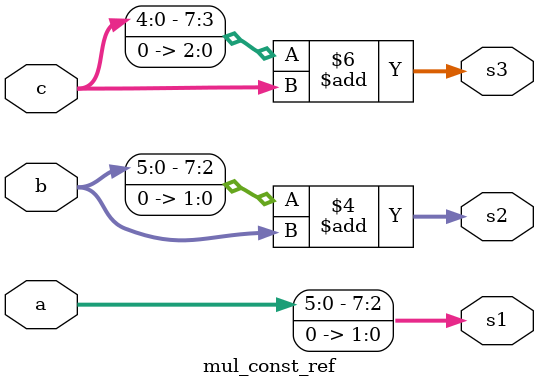
<source format=v>
module mul_const_ref
#(parameter   BW = 8)
(
   input [BW-1:0] a,
   input [BW-1:0] b,
   input [BW-1:0] c,
   output reg [BW-1:0] s1,
   output reg [BW-1:0] s2,
   output reg [BW-1:0] s3
);

   always @ (a or b or c) begin
     s1 = a << 2;
     s2 = (b << 2) + b;
     s3 = (c << 3) + c;
   end
endmodule
</source>
